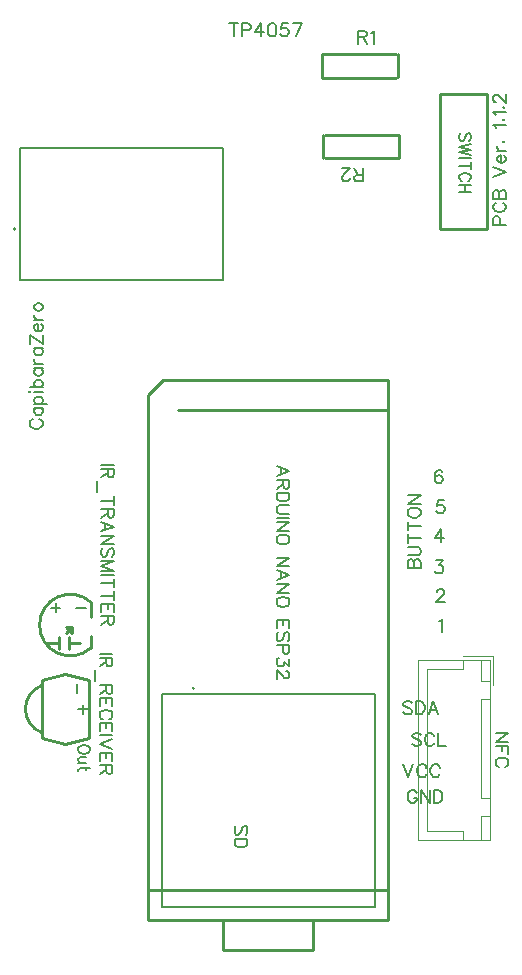
<source format=gto>
G04 Layer: TopSilkscreenLayer*
G04 EasyEDA v6.5.47, 2024-09-14 10:47:09*
G04 f333e6e274dc4bcb9767f93c96cd8ca8,df7e7e3c38a3447abd37b529b333d242,10*
G04 Gerber Generator version 0.2*
G04 Scale: 100 percent, Rotated: No, Reflected: No *
G04 Dimensions in millimeters *
G04 leading zeros omitted , absolute positions ,4 integer and 5 decimal *
%FSLAX45Y45*%
%MOMM*%

%ADD10C,0.1524*%
%ADD11C,0.2032*%
%ADD12C,0.2540*%
%ADD13C,0.1200*%
%ADD14C,0.1600*%
%ADD15C,0.0161*%

%LPD*%
D10*
X2820415Y3069844D02*
G01*
X2711450Y3111500D01*
X2820415Y3069844D02*
G01*
X2711450Y3028442D01*
X2747772Y3096005D02*
G01*
X2747772Y3043936D01*
X2820415Y2994152D02*
G01*
X2711450Y2994152D01*
X2820415Y2994152D02*
G01*
X2820415Y2947415D01*
X2815336Y2931668D01*
X2810002Y2926587D01*
X2799588Y2921254D01*
X2789174Y2921254D01*
X2778759Y2926587D01*
X2773679Y2931668D01*
X2768600Y2947415D01*
X2768600Y2994152D01*
X2768600Y2957829D02*
G01*
X2711450Y2921254D01*
X2820415Y2886963D02*
G01*
X2711450Y2886963D01*
X2820415Y2886963D02*
G01*
X2820415Y2850642D01*
X2815336Y2835147D01*
X2804922Y2824734D01*
X2794508Y2819400D01*
X2778759Y2814320D01*
X2752852Y2814320D01*
X2737358Y2819400D01*
X2726943Y2824734D01*
X2716529Y2835147D01*
X2711450Y2850642D01*
X2711450Y2886963D01*
X2820415Y2780029D02*
G01*
X2742438Y2780029D01*
X2726943Y2774950D01*
X2716529Y2764536D01*
X2711450Y2748787D01*
X2711450Y2738373D01*
X2716529Y2722879D01*
X2726943Y2712465D01*
X2742438Y2707386D01*
X2820415Y2707386D01*
X2820415Y2673095D02*
G01*
X2711450Y2673095D01*
X2820415Y2638805D02*
G01*
X2711450Y2638805D01*
X2820415Y2638805D02*
G01*
X2711450Y2565907D01*
X2820415Y2565907D02*
G01*
X2711450Y2565907D01*
X2820415Y2500629D02*
G01*
X2815336Y2510789D01*
X2804922Y2521204D01*
X2794508Y2526537D01*
X2778759Y2531618D01*
X2752852Y2531618D01*
X2737358Y2526537D01*
X2726943Y2521204D01*
X2716529Y2510789D01*
X2711450Y2500629D01*
X2711450Y2479802D01*
X2716529Y2469387D01*
X2726943Y2458973D01*
X2737358Y2453639D01*
X2752852Y2448560D01*
X2778759Y2448560D01*
X2794508Y2453639D01*
X2804922Y2458973D01*
X2815336Y2469387D01*
X2820415Y2479802D01*
X2820415Y2500629D01*
X2820415Y2334260D02*
G01*
X2711450Y2334260D01*
X2820415Y2334260D02*
G01*
X2711450Y2261615D01*
X2820415Y2261615D02*
G01*
X2711450Y2261615D01*
X2820415Y2185670D02*
G01*
X2711450Y2227326D01*
X2820415Y2185670D02*
G01*
X2711450Y2144013D01*
X2747772Y2211578D02*
G01*
X2747772Y2159762D01*
X2820415Y2109723D02*
G01*
X2711450Y2109723D01*
X2820415Y2109723D02*
G01*
X2711450Y2037079D01*
X2820415Y2037079D02*
G01*
X2711450Y2037079D01*
X2820415Y1971547D02*
G01*
X2815336Y1981962D01*
X2804922Y1992376D01*
X2794508Y1997710D01*
X2778759Y2002789D01*
X2752852Y2002789D01*
X2737358Y1997710D01*
X2726943Y1992376D01*
X2716529Y1981962D01*
X2711450Y1971547D01*
X2711450Y1950720D01*
X2716529Y1940560D01*
X2726943Y1930145D01*
X2737358Y1924812D01*
X2752852Y1919731D01*
X2778759Y1919731D01*
X2794508Y1924812D01*
X2804922Y1930145D01*
X2815336Y1940560D01*
X2820415Y1950720D01*
X2820415Y1971547D01*
X2820415Y1805431D02*
G01*
X2711450Y1805431D01*
X2820415Y1805431D02*
G01*
X2820415Y1737868D01*
X2768600Y1805431D02*
G01*
X2768600Y1763776D01*
X2711450Y1805431D02*
G01*
X2711450Y1737868D01*
X2804922Y1630679D02*
G01*
X2815336Y1641094D01*
X2820415Y1656842D01*
X2820415Y1677670D01*
X2815336Y1693163D01*
X2804922Y1703578D01*
X2794508Y1703578D01*
X2784093Y1698244D01*
X2778759Y1693163D01*
X2773679Y1682750D01*
X2763265Y1651507D01*
X2758186Y1641094D01*
X2752852Y1636013D01*
X2742438Y1630679D01*
X2726943Y1630679D01*
X2716529Y1641094D01*
X2711450Y1656842D01*
X2711450Y1677670D01*
X2716529Y1693163D01*
X2726943Y1703578D01*
X2820415Y1596389D02*
G01*
X2711450Y1596389D01*
X2820415Y1596389D02*
G01*
X2820415Y1549654D01*
X2815336Y1534160D01*
X2810002Y1529079D01*
X2799588Y1523745D01*
X2784093Y1523745D01*
X2773679Y1529079D01*
X2768600Y1534160D01*
X2763265Y1549654D01*
X2763265Y1596389D01*
X2820415Y1479042D02*
G01*
X2820415Y1421892D01*
X2778759Y1453134D01*
X2778759Y1437639D01*
X2773679Y1427226D01*
X2768600Y1421892D01*
X2752852Y1416812D01*
X2742438Y1416812D01*
X2726943Y1421892D01*
X2716529Y1432305D01*
X2711450Y1447800D01*
X2711450Y1463547D01*
X2716529Y1479042D01*
X2721609Y1484376D01*
X2732024Y1489455D01*
X2794508Y1377187D02*
G01*
X2799588Y1377187D01*
X2810002Y1372107D01*
X2815336Y1366773D01*
X2820415Y1356360D01*
X2820415Y1335786D01*
X2815336Y1325371D01*
X2810002Y1320037D01*
X2799588Y1314957D01*
X2789174Y1314957D01*
X2778759Y1320037D01*
X2763265Y1330452D01*
X2711450Y1382521D01*
X2711450Y1309623D01*
X647192Y3506978D02*
G01*
X636778Y3501644D01*
X626363Y3491229D01*
X621284Y3481070D01*
X621284Y3460242D01*
X626363Y3449828D01*
X636778Y3439413D01*
X647192Y3434079D01*
X662939Y3429000D01*
X688847Y3429000D01*
X704342Y3434079D01*
X714755Y3439413D01*
X725170Y3449828D01*
X730250Y3460242D01*
X730250Y3481070D01*
X725170Y3491229D01*
X714755Y3501644D01*
X704342Y3506978D01*
X657605Y3603497D02*
G01*
X730250Y3603497D01*
X673100Y3603497D02*
G01*
X662939Y3593084D01*
X657605Y3582670D01*
X657605Y3567176D01*
X662939Y3556762D01*
X673100Y3546347D01*
X688847Y3541268D01*
X699262Y3541268D01*
X714755Y3546347D01*
X725170Y3556762D01*
X730250Y3567176D01*
X730250Y3582670D01*
X725170Y3593084D01*
X714755Y3603497D01*
X657605Y3637787D02*
G01*
X766826Y3637787D01*
X673100Y3637787D02*
G01*
X662939Y3648202D01*
X657605Y3658615D01*
X657605Y3674110D01*
X662939Y3684523D01*
X673100Y3694937D01*
X688847Y3700271D01*
X699262Y3700271D01*
X714755Y3694937D01*
X725170Y3684523D01*
X730250Y3674110D01*
X730250Y3658615D01*
X725170Y3648202D01*
X714755Y3637787D01*
X621284Y3734562D02*
G01*
X626363Y3739642D01*
X621284Y3744976D01*
X615950Y3739642D01*
X621284Y3734562D01*
X657605Y3739642D02*
G01*
X730250Y3739642D01*
X621284Y3779265D02*
G01*
X730250Y3779265D01*
X673100Y3779265D02*
G01*
X662939Y3789679D01*
X657605Y3799839D01*
X657605Y3815587D01*
X662939Y3826002D01*
X673100Y3836415D01*
X688847Y3841495D01*
X699262Y3841495D01*
X714755Y3836415D01*
X725170Y3826002D01*
X730250Y3815587D01*
X730250Y3799839D01*
X725170Y3789679D01*
X714755Y3779265D01*
X657605Y3938270D02*
G01*
X730250Y3938270D01*
X673100Y3938270D02*
G01*
X662939Y3927855D01*
X657605Y3917442D01*
X657605Y3901694D01*
X662939Y3891279D01*
X673100Y3881120D01*
X688847Y3875786D01*
X699262Y3875786D01*
X714755Y3881120D01*
X725170Y3891279D01*
X730250Y3901694D01*
X730250Y3917442D01*
X725170Y3927855D01*
X714755Y3938270D01*
X657605Y3972560D02*
G01*
X730250Y3972560D01*
X688847Y3972560D02*
G01*
X673100Y3977639D01*
X662939Y3988054D01*
X657605Y3998468D01*
X657605Y4013962D01*
X657605Y4110736D02*
G01*
X730250Y4110736D01*
X673100Y4110736D02*
G01*
X662939Y4100321D01*
X657605Y4089907D01*
X657605Y4074160D01*
X662939Y4064000D01*
X673100Y4053586D01*
X688847Y4048252D01*
X699262Y4048252D01*
X714755Y4053586D01*
X725170Y4064000D01*
X730250Y4074160D01*
X730250Y4089907D01*
X725170Y4100321D01*
X714755Y4110736D01*
X621284Y4217670D02*
G01*
X730250Y4145026D01*
X621284Y4145026D02*
G01*
X621284Y4217670D01*
X730250Y4145026D02*
G01*
X730250Y4217670D01*
X688847Y4251960D02*
G01*
X688847Y4314189D01*
X678434Y4314189D01*
X668020Y4309110D01*
X662939Y4304029D01*
X657605Y4293615D01*
X657605Y4277868D01*
X662939Y4267454D01*
X673100Y4257039D01*
X688847Y4251960D01*
X699262Y4251960D01*
X714755Y4257039D01*
X725170Y4267454D01*
X730250Y4277868D01*
X730250Y4293615D01*
X725170Y4304029D01*
X714755Y4314189D01*
X657605Y4348479D02*
G01*
X730250Y4348479D01*
X688847Y4348479D02*
G01*
X673100Y4353813D01*
X662939Y4364228D01*
X657605Y4374642D01*
X657605Y4390136D01*
X657605Y4450334D02*
G01*
X662939Y4439920D01*
X673100Y4429760D01*
X688847Y4424426D01*
X699262Y4424426D01*
X714755Y4429760D01*
X725170Y4439920D01*
X730250Y4450334D01*
X730250Y4466081D01*
X725170Y4476495D01*
X714755Y4486910D01*
X699262Y4491989D01*
X688847Y4491989D01*
X673100Y4486910D01*
X662939Y4476495D01*
X657605Y4466081D01*
X657605Y4450334D01*
X4113529Y3058921D02*
G01*
X4108450Y3069336D01*
X4092956Y3074415D01*
X4082541Y3074415D01*
X4066793Y3069336D01*
X4056379Y3053587D01*
X4051300Y3027679D01*
X4051300Y3001771D01*
X4056379Y2980944D01*
X4066793Y2970529D01*
X4082541Y2965450D01*
X4087622Y2965450D01*
X4103370Y2970529D01*
X4113529Y2980944D01*
X4118863Y2996437D01*
X4118863Y3001771D01*
X4113529Y3017265D01*
X4103370Y3027679D01*
X4087622Y3032760D01*
X4082541Y3032760D01*
X4066793Y3027679D01*
X4056379Y3017265D01*
X4051300Y3001771D01*
X4061713Y2312415D02*
G01*
X4118863Y2312415D01*
X4087622Y2270760D01*
X4103370Y2270760D01*
X4113529Y2265679D01*
X4118863Y2260600D01*
X4123943Y2244852D01*
X4123943Y2234437D01*
X4118863Y2218944D01*
X4108450Y2208529D01*
X4092956Y2203450D01*
X4077208Y2203450D01*
X4061713Y2208529D01*
X4056379Y2213610D01*
X4051300Y2224023D01*
X4089400Y1796287D02*
G01*
X4099813Y1801621D01*
X4115308Y1817115D01*
X4115308Y1708150D01*
X4069079Y2045207D02*
G01*
X4069079Y2050287D01*
X4074413Y2060702D01*
X4079493Y2066036D01*
X4089908Y2071115D01*
X4110736Y2071115D01*
X4121150Y2066036D01*
X4126229Y2060702D01*
X4131563Y2050287D01*
X4131563Y2039873D01*
X4126229Y2029460D01*
X4116070Y2013965D01*
X4064000Y1962150D01*
X4136643Y1962150D01*
X4103370Y2579115D02*
G01*
X4051300Y2506471D01*
X4129277Y2506471D01*
X4103370Y2579115D02*
G01*
X4103370Y2470150D01*
X4126229Y2820415D02*
G01*
X4074413Y2820415D01*
X4069079Y2773679D01*
X4074413Y2778760D01*
X4089908Y2784094D01*
X4105656Y2784094D01*
X4121150Y2778760D01*
X4131563Y2768600D01*
X4136643Y2752852D01*
X4136643Y2742437D01*
X4131563Y2726944D01*
X4121150Y2716529D01*
X4105656Y2711450D01*
X4089908Y2711450D01*
X4074413Y2716529D01*
X4069079Y2721610D01*
X4064000Y2732023D01*
X3900677Y343407D02*
G01*
X3895343Y353821D01*
X3884929Y364236D01*
X3874770Y369315D01*
X3853941Y369315D01*
X3843527Y364236D01*
X3833113Y353821D01*
X3827779Y343407D01*
X3822700Y327660D01*
X3822700Y301752D01*
X3827779Y286257D01*
X3833113Y275844D01*
X3843527Y265429D01*
X3853941Y260350D01*
X3874770Y260350D01*
X3884929Y265429D01*
X3895343Y275844D01*
X3900677Y286257D01*
X3900677Y301752D01*
X3874770Y301752D02*
G01*
X3900677Y301752D01*
X3934968Y369315D02*
G01*
X3934968Y260350D01*
X3934968Y369315D02*
G01*
X4007611Y260350D01*
X4007611Y369315D02*
G01*
X4007611Y260350D01*
X4041902Y369315D02*
G01*
X4041902Y260350D01*
X4041902Y369315D02*
G01*
X4078224Y369315D01*
X4093972Y364236D01*
X4104386Y353821D01*
X4109465Y343407D01*
X4114800Y327660D01*
X4114800Y301752D01*
X4109465Y286257D01*
X4104386Y275844D01*
X4093972Y265429D01*
X4078224Y260350D01*
X4041902Y260350D01*
X3784600Y585215D02*
G01*
X3826256Y476250D01*
X3867658Y585215D02*
G01*
X3826256Y476250D01*
X3979925Y559307D02*
G01*
X3974845Y569721D01*
X3964431Y580136D01*
X3954018Y585215D01*
X3933190Y585215D01*
X3922775Y580136D01*
X3912361Y569721D01*
X3907281Y559307D01*
X3901947Y543560D01*
X3901947Y517652D01*
X3907281Y502157D01*
X3912361Y491744D01*
X3922775Y481329D01*
X3933190Y476250D01*
X3954018Y476250D01*
X3964431Y481329D01*
X3974845Y491744D01*
X3979925Y502157D01*
X4092193Y559307D02*
G01*
X4086859Y569721D01*
X4076700Y580136D01*
X4066286Y585215D01*
X4045458Y585215D01*
X4035043Y580136D01*
X4024629Y569721D01*
X4019550Y559307D01*
X4014215Y543560D01*
X4014215Y517652D01*
X4019550Y502157D01*
X4024629Y491744D01*
X4035043Y481329D01*
X4045458Y476250D01*
X4066286Y476250D01*
X4076700Y481329D01*
X4086859Y491744D01*
X4092193Y502157D01*
X3857243Y1103121D02*
G01*
X3846829Y1113536D01*
X3831336Y1118615D01*
X3810508Y1118615D01*
X3795013Y1113536D01*
X3784600Y1103121D01*
X3784600Y1092707D01*
X3789679Y1082294D01*
X3795013Y1076960D01*
X3805427Y1071879D01*
X3836670Y1061465D01*
X3846829Y1056386D01*
X3852163Y1051052D01*
X3857243Y1040637D01*
X3857243Y1025144D01*
X3846829Y1014729D01*
X3831336Y1009650D01*
X3810508Y1009650D01*
X3795013Y1014729D01*
X3784600Y1025144D01*
X3891534Y1118615D02*
G01*
X3891534Y1009650D01*
X3891534Y1118615D02*
G01*
X3928109Y1118615D01*
X3943604Y1113536D01*
X3954018Y1103121D01*
X3959097Y1092707D01*
X3964431Y1076960D01*
X3964431Y1051052D01*
X3959097Y1035557D01*
X3954018Y1025144D01*
X3943604Y1014729D01*
X3928109Y1009650D01*
X3891534Y1009650D01*
X4040124Y1118615D02*
G01*
X3998722Y1009650D01*
X4040124Y1118615D02*
G01*
X4081779Y1009650D01*
X4014215Y1045971D02*
G01*
X4066286Y1045971D01*
X3933443Y836421D02*
G01*
X3923029Y846836D01*
X3907536Y851915D01*
X3886708Y851915D01*
X3871213Y846836D01*
X3860800Y836421D01*
X3860800Y826007D01*
X3865879Y815594D01*
X3871213Y810260D01*
X3881627Y805179D01*
X3912870Y794765D01*
X3923029Y789686D01*
X3928363Y784352D01*
X3933443Y773937D01*
X3933443Y758444D01*
X3923029Y748029D01*
X3907536Y742950D01*
X3886708Y742950D01*
X3871213Y748029D01*
X3860800Y758444D01*
X4045711Y826007D02*
G01*
X4040631Y836421D01*
X4030218Y846836D01*
X4019804Y851915D01*
X3998975Y851915D01*
X3988561Y846836D01*
X3978147Y836421D01*
X3973068Y826007D01*
X3967734Y810260D01*
X3967734Y784352D01*
X3973068Y768857D01*
X3978147Y758444D01*
X3988561Y748029D01*
X3998975Y742950D01*
X4019804Y742950D01*
X4030218Y748029D01*
X4040631Y758444D01*
X4045711Y768857D01*
X4080002Y851915D02*
G01*
X4080002Y742950D01*
X4080002Y742950D02*
G01*
X4142486Y742950D01*
X4545584Y5156200D02*
G01*
X4654550Y5156200D01*
X4545584Y5156200D02*
G01*
X4545584Y5202936D01*
X4550663Y5218429D01*
X4555997Y5223763D01*
X4566411Y5228844D01*
X4581906Y5228844D01*
X4592320Y5223763D01*
X4597400Y5218429D01*
X4602734Y5202936D01*
X4602734Y5156200D01*
X4571491Y5341112D02*
G01*
X4561077Y5336031D01*
X4550663Y5325618D01*
X4545584Y5315204D01*
X4545584Y5294376D01*
X4550663Y5283962D01*
X4561077Y5273547D01*
X4571491Y5268468D01*
X4587240Y5263134D01*
X4613147Y5263134D01*
X4628641Y5268468D01*
X4639056Y5273547D01*
X4649470Y5283962D01*
X4654550Y5294376D01*
X4654550Y5315204D01*
X4649470Y5325618D01*
X4639056Y5336031D01*
X4628641Y5341112D01*
X4545584Y5375402D02*
G01*
X4654550Y5375402D01*
X4545584Y5375402D02*
G01*
X4545584Y5422137D01*
X4550663Y5437886D01*
X4555997Y5442965D01*
X4566411Y5448300D01*
X4576825Y5448300D01*
X4587240Y5442965D01*
X4592320Y5437886D01*
X4597400Y5422137D01*
X4597400Y5375402D02*
G01*
X4597400Y5422137D01*
X4602734Y5437886D01*
X4607813Y5442965D01*
X4618227Y5448300D01*
X4633975Y5448300D01*
X4644390Y5442965D01*
X4649470Y5437886D01*
X4654550Y5422137D01*
X4654550Y5375402D01*
X4545584Y5562600D02*
G01*
X4654550Y5604002D01*
X4545584Y5645657D02*
G01*
X4654550Y5604002D01*
X4613147Y5679947D02*
G01*
X4613147Y5742178D01*
X4602734Y5742178D01*
X4592320Y5737097D01*
X4587240Y5731763D01*
X4581906Y5721350D01*
X4581906Y5705855D01*
X4587240Y5695442D01*
X4597400Y5685028D01*
X4613147Y5679947D01*
X4623561Y5679947D01*
X4639056Y5685028D01*
X4649470Y5695442D01*
X4654550Y5705855D01*
X4654550Y5721350D01*
X4649470Y5731763D01*
X4639056Y5742178D01*
X4581906Y5776468D02*
G01*
X4654550Y5776468D01*
X4613147Y5776468D02*
G01*
X4597400Y5781802D01*
X4587240Y5792215D01*
X4581906Y5802629D01*
X4581906Y5818123D01*
X4628641Y5857494D02*
G01*
X4633975Y5852413D01*
X4639056Y5857494D01*
X4633975Y5862828D01*
X4628641Y5857494D01*
X4566411Y5977128D02*
G01*
X4561077Y5987542D01*
X4545584Y6003036D01*
X4654550Y6003036D01*
X4628641Y6042660D02*
G01*
X4633975Y6037326D01*
X4639056Y6042660D01*
X4633975Y6047739D01*
X4628641Y6042660D01*
X4566411Y6082029D02*
G01*
X4561077Y6092444D01*
X4545584Y6107937D01*
X4654550Y6107937D01*
X4628641Y6147562D02*
G01*
X4633975Y6142228D01*
X4639056Y6147562D01*
X4633975Y6152642D01*
X4628641Y6147562D01*
X4571491Y6192265D02*
G01*
X4566411Y6192265D01*
X4555997Y6197345D01*
X4550663Y6202679D01*
X4545584Y6212839D01*
X4545584Y6233668D01*
X4550663Y6244081D01*
X4555997Y6249415D01*
X4566411Y6254495D01*
X4576825Y6254495D01*
X4587240Y6249415D01*
X4602734Y6239002D01*
X4654550Y6186931D01*
X4654550Y6259829D01*
D11*
X1116076Y1051305D02*
G01*
X1034034Y1051305D01*
X1075181Y1092200D02*
G01*
X1075181Y1010412D01*
X1024381Y1270000D02*
G01*
X1024381Y1188212D01*
X1129537Y722121D02*
G01*
X1124965Y731012D01*
X1116076Y740155D01*
X1106931Y744728D01*
X1093215Y749300D01*
X1070610Y749300D01*
X1056894Y744728D01*
X1047750Y740155D01*
X1038605Y731012D01*
X1034034Y722121D01*
X1034034Y703834D01*
X1038605Y694689D01*
X1047750Y685545D01*
X1056894Y681228D01*
X1070610Y676655D01*
X1093215Y676655D01*
X1106931Y681228D01*
X1116076Y685545D01*
X1124965Y694689D01*
X1129537Y703834D01*
X1129537Y722121D01*
X1097787Y646684D02*
G01*
X1052321Y646684D01*
X1038605Y642112D01*
X1034034Y632968D01*
X1034034Y619252D01*
X1038605Y610107D01*
X1052321Y596645D01*
X1097787Y596645D02*
G01*
X1034034Y596645D01*
X1129537Y552957D02*
G01*
X1052321Y552957D01*
X1038605Y548386D01*
X1034034Y539242D01*
X1034034Y530097D01*
X1097787Y566673D02*
G01*
X1097787Y534670D01*
X1016000Y1913381D02*
G01*
X1097787Y1913381D01*
X840994Y1954276D02*
G01*
X840994Y1872234D01*
X800100Y1913381D02*
G01*
X881887Y1913381D01*
D10*
X3821684Y2247900D02*
G01*
X3930650Y2247900D01*
X3821684Y2247900D02*
G01*
X3821684Y2294636D01*
X3826763Y2310129D01*
X3832097Y2315463D01*
X3842511Y2320544D01*
X3852925Y2320544D01*
X3863340Y2315463D01*
X3868420Y2310129D01*
X3873500Y2294636D01*
X3873500Y2247900D02*
G01*
X3873500Y2294636D01*
X3878834Y2310129D01*
X3883913Y2315463D01*
X3894327Y2320544D01*
X3910075Y2320544D01*
X3920490Y2315463D01*
X3925570Y2310129D01*
X3930650Y2294636D01*
X3930650Y2247900D01*
X3821684Y2354834D02*
G01*
X3899661Y2354834D01*
X3915156Y2360168D01*
X3925570Y2370581D01*
X3930650Y2386076D01*
X3930650Y2396489D01*
X3925570Y2411984D01*
X3915156Y2422397D01*
X3899661Y2427731D01*
X3821684Y2427731D01*
X3821684Y2498344D02*
G01*
X3930650Y2498344D01*
X3821684Y2462021D02*
G01*
X3821684Y2534665D01*
X3821684Y2605278D02*
G01*
X3930650Y2605278D01*
X3821684Y2568955D02*
G01*
X3821684Y2641600D01*
X3821684Y2707131D02*
G01*
X3826763Y2696718D01*
X3837177Y2686304D01*
X3847591Y2681223D01*
X3863340Y2675889D01*
X3889247Y2675889D01*
X3904741Y2681223D01*
X3915156Y2686304D01*
X3925570Y2696718D01*
X3930650Y2707131D01*
X3930650Y2727960D01*
X3925570Y2738373D01*
X3915156Y2748787D01*
X3904741Y2753868D01*
X3889247Y2759202D01*
X3863340Y2759202D01*
X3847591Y2753868D01*
X3837177Y2748787D01*
X3826763Y2738373D01*
X3821684Y2727960D01*
X3821684Y2707131D01*
X3821684Y2793492D02*
G01*
X3930650Y2793492D01*
X3821684Y2793492D02*
G01*
X3930650Y2866136D01*
X3821684Y2866136D02*
G01*
X3930650Y2866136D01*
X2347722Y6859015D02*
G01*
X2347722Y6750050D01*
X2311400Y6859015D02*
G01*
X2384043Y6859015D01*
X2418334Y6859015D02*
G01*
X2418334Y6750050D01*
X2418334Y6859015D02*
G01*
X2465070Y6859015D01*
X2480818Y6853936D01*
X2485897Y6848602D01*
X2491231Y6838187D01*
X2491231Y6822694D01*
X2485897Y6812279D01*
X2480818Y6807200D01*
X2465070Y6801865D01*
X2418334Y6801865D01*
X2577338Y6859015D02*
G01*
X2525522Y6786371D01*
X2603500Y6786371D01*
X2577338Y6859015D02*
G01*
X2577338Y6750050D01*
X2668777Y6859015D02*
G01*
X2653284Y6853936D01*
X2642870Y6838187D01*
X2637790Y6812279D01*
X2637790Y6796786D01*
X2642870Y6770623D01*
X2653284Y6755129D01*
X2668777Y6750050D01*
X2679191Y6750050D01*
X2694940Y6755129D01*
X2705100Y6770623D01*
X2710434Y6796786D01*
X2710434Y6812279D01*
X2705100Y6838187D01*
X2694940Y6853936D01*
X2679191Y6859015D01*
X2668777Y6859015D01*
X2806954Y6859015D02*
G01*
X2755138Y6859015D01*
X2749804Y6812279D01*
X2755138Y6817360D01*
X2770631Y6822694D01*
X2786379Y6822694D01*
X2801874Y6817360D01*
X2812288Y6807200D01*
X2817368Y6791452D01*
X2817368Y6781037D01*
X2812288Y6765544D01*
X2801874Y6755129D01*
X2786379Y6750050D01*
X2770631Y6750050D01*
X2755138Y6755129D01*
X2749804Y6760210D01*
X2744724Y6770623D01*
X2924556Y6859015D02*
G01*
X2872486Y6750050D01*
X2851658Y6859015D02*
G01*
X2924556Y6859015D01*
X4341875Y5867145D02*
G01*
X4350765Y5876289D01*
X4355338Y5890005D01*
X4355338Y5908294D01*
X4350765Y5921755D01*
X4341875Y5930900D01*
X4332731Y5930900D01*
X4323588Y5926328D01*
X4319015Y5921755D01*
X4314443Y5912612D01*
X4305300Y5885434D01*
X4300981Y5876289D01*
X4296409Y5871718D01*
X4287265Y5867145D01*
X4273550Y5867145D01*
X4264406Y5876289D01*
X4259834Y5890005D01*
X4259834Y5908294D01*
X4264406Y5921755D01*
X4273550Y5930900D01*
X4355338Y5837173D02*
G01*
X4259834Y5814568D01*
X4355338Y5791707D02*
G01*
X4259834Y5814568D01*
X4355338Y5791707D02*
G01*
X4259834Y5769102D01*
X4355338Y5746242D02*
G01*
X4259834Y5769102D01*
X4355338Y5716270D02*
G01*
X4259834Y5716270D01*
X4355338Y5654547D02*
G01*
X4259834Y5654547D01*
X4355338Y5686297D02*
G01*
X4355338Y5622797D01*
X4332731Y5524500D02*
G01*
X4341875Y5529071D01*
X4350765Y5538215D01*
X4355338Y5547360D01*
X4355338Y5565394D01*
X4350765Y5574537D01*
X4341875Y5583681D01*
X4332731Y5588254D01*
X4319015Y5592826D01*
X4296409Y5592826D01*
X4282693Y5588254D01*
X4273550Y5583681D01*
X4264406Y5574537D01*
X4259834Y5565394D01*
X4259834Y5547360D01*
X4264406Y5538215D01*
X4273550Y5529071D01*
X4282693Y5524500D01*
X4355338Y5494528D02*
G01*
X4259834Y5494528D01*
X4355338Y5430773D02*
G01*
X4259834Y5430773D01*
X4309872Y5494528D02*
G01*
X4309872Y5430773D01*
X1321815Y1524000D02*
G01*
X1212850Y1524000D01*
X1321815Y1489710D02*
G01*
X1212850Y1489710D01*
X1321815Y1489710D02*
G01*
X1321815Y1442973D01*
X1316736Y1427479D01*
X1311402Y1422145D01*
X1300987Y1417065D01*
X1290573Y1417065D01*
X1280160Y1422145D01*
X1275079Y1427479D01*
X1270000Y1442973D01*
X1270000Y1489710D01*
X1270000Y1453387D02*
G01*
X1212850Y1417065D01*
X1176273Y1382776D02*
G01*
X1176273Y1289050D01*
X1321815Y1254760D02*
G01*
X1212850Y1254760D01*
X1321815Y1254760D02*
G01*
X1321815Y1208023D01*
X1316736Y1192529D01*
X1311402Y1187450D01*
X1300987Y1182115D01*
X1290573Y1182115D01*
X1280160Y1187450D01*
X1275079Y1192529D01*
X1270000Y1208023D01*
X1270000Y1254760D01*
X1270000Y1218437D02*
G01*
X1212850Y1182115D01*
X1321815Y1147826D02*
G01*
X1212850Y1147826D01*
X1321815Y1147826D02*
G01*
X1321815Y1080262D01*
X1270000Y1147826D02*
G01*
X1270000Y1106170D01*
X1212850Y1147826D02*
G01*
X1212850Y1080262D01*
X1295907Y967994D02*
G01*
X1306321Y973328D01*
X1316736Y983742D01*
X1321815Y994155D01*
X1321815Y1014729D01*
X1316736Y1025144D01*
X1306321Y1035557D01*
X1295907Y1040892D01*
X1280160Y1045971D01*
X1254252Y1045971D01*
X1238757Y1040892D01*
X1228344Y1035557D01*
X1217929Y1025144D01*
X1212850Y1014729D01*
X1212850Y994155D01*
X1217929Y983742D01*
X1228344Y973328D01*
X1238757Y967994D01*
X1321815Y933704D02*
G01*
X1212850Y933704D01*
X1321815Y933704D02*
G01*
X1321815Y866139D01*
X1270000Y933704D02*
G01*
X1270000Y892302D01*
X1212850Y933704D02*
G01*
X1212850Y866139D01*
X1321815Y831850D02*
G01*
X1212850Y831850D01*
X1321815Y797560D02*
G01*
X1212850Y756157D01*
X1321815Y714502D02*
G01*
X1212850Y756157D01*
X1321815Y680212D02*
G01*
X1212850Y680212D01*
X1321815Y680212D02*
G01*
X1321815Y612647D01*
X1270000Y680212D02*
G01*
X1270000Y638810D01*
X1212850Y680212D02*
G01*
X1212850Y612647D01*
X1321815Y578357D02*
G01*
X1212850Y578357D01*
X1321815Y578357D02*
G01*
X1321815Y531621D01*
X1316736Y516128D01*
X1311402Y510794D01*
X1300987Y505713D01*
X1290573Y505713D01*
X1280160Y510794D01*
X1275079Y516128D01*
X1270000Y531621D01*
X1270000Y578357D01*
X1270000Y542036D02*
G01*
X1212850Y505713D01*
X1334515Y3124200D02*
G01*
X1225550Y3124200D01*
X1334515Y3089910D02*
G01*
X1225550Y3089910D01*
X1334515Y3089910D02*
G01*
X1334515Y3043173D01*
X1329436Y3027679D01*
X1324102Y3022345D01*
X1313687Y3017265D01*
X1303273Y3017265D01*
X1292860Y3022345D01*
X1287779Y3027679D01*
X1282700Y3043173D01*
X1282700Y3089910D01*
X1282700Y3053587D02*
G01*
X1225550Y3017265D01*
X1188973Y2982976D02*
G01*
X1188973Y2889250D01*
X1334515Y2818637D02*
G01*
X1225550Y2818637D01*
X1334515Y2854960D02*
G01*
X1334515Y2782315D01*
X1334515Y2748026D02*
G01*
X1225550Y2748026D01*
X1334515Y2748026D02*
G01*
X1334515Y2701289D01*
X1329436Y2685795D01*
X1324102Y2680462D01*
X1313687Y2675381D01*
X1303273Y2675381D01*
X1292860Y2680462D01*
X1287779Y2685795D01*
X1282700Y2701289D01*
X1282700Y2748026D01*
X1282700Y2711704D02*
G01*
X1225550Y2675381D01*
X1334515Y2599436D02*
G01*
X1225550Y2641092D01*
X1334515Y2599436D02*
G01*
X1225550Y2557779D01*
X1261871Y2625344D02*
G01*
X1261871Y2573528D01*
X1334515Y2523489D02*
G01*
X1225550Y2523489D01*
X1334515Y2523489D02*
G01*
X1225550Y2450845D01*
X1334515Y2450845D02*
G01*
X1225550Y2450845D01*
X1319021Y2343912D02*
G01*
X1329436Y2354326D01*
X1334515Y2369820D01*
X1334515Y2390647D01*
X1329436Y2406142D01*
X1319021Y2416555D01*
X1308607Y2416555D01*
X1298194Y2411476D01*
X1292860Y2406142D01*
X1287779Y2395728D01*
X1277365Y2364739D01*
X1272286Y2354326D01*
X1266952Y2348992D01*
X1256537Y2343912D01*
X1241044Y2343912D01*
X1230629Y2354326D01*
X1225550Y2369820D01*
X1225550Y2390647D01*
X1230629Y2406142D01*
X1241044Y2416555D01*
X1334515Y2309621D02*
G01*
X1225550Y2309621D01*
X1334515Y2309621D02*
G01*
X1225550Y2267965D01*
X1334515Y2226310D02*
G01*
X1225550Y2267965D01*
X1334515Y2226310D02*
G01*
X1225550Y2226310D01*
X1334515Y2192020D02*
G01*
X1225550Y2192020D01*
X1334515Y2121407D02*
G01*
X1225550Y2121407D01*
X1334515Y2157729D02*
G01*
X1334515Y2085086D01*
X1334515Y2014473D02*
G01*
X1225550Y2014473D01*
X1334515Y2050795D02*
G01*
X1334515Y1978152D01*
X1334515Y1943862D02*
G01*
X1225550Y1943862D01*
X1334515Y1943862D02*
G01*
X1334515Y1876297D01*
X1282700Y1943862D02*
G01*
X1282700Y1902205D01*
X1225550Y1943862D02*
G01*
X1225550Y1876297D01*
X1334515Y1842007D02*
G01*
X1225550Y1842007D01*
X1334515Y1842007D02*
G01*
X1334515Y1795271D01*
X1329436Y1779523D01*
X1324102Y1774444D01*
X1313687Y1769110D01*
X1303273Y1769110D01*
X1292860Y1774444D01*
X1287779Y1779523D01*
X1282700Y1795271D01*
X1282700Y1842007D01*
X1282700Y1805686D02*
G01*
X1225550Y1769110D01*
X4674615Y850900D02*
G01*
X4565650Y850900D01*
X4674615Y850900D02*
G01*
X4565650Y778255D01*
X4674615Y778255D02*
G01*
X4565650Y778255D01*
X4674615Y743965D02*
G01*
X4565650Y743965D01*
X4674615Y743965D02*
G01*
X4674615Y676402D01*
X4622800Y743965D02*
G01*
X4622800Y702310D01*
X4648708Y564134D02*
G01*
X4659122Y569213D01*
X4669536Y579628D01*
X4674615Y590042D01*
X4674615Y610870D01*
X4669536Y621284D01*
X4659122Y631697D01*
X4648708Y636778D01*
X4632959Y642112D01*
X4607052Y642112D01*
X4591558Y636778D01*
X4581143Y631697D01*
X4570729Y621284D01*
X4565650Y610870D01*
X4565650Y590042D01*
X4570729Y579628D01*
X4581143Y569213D01*
X4591558Y564134D01*
X2449144Y-9321D02*
G01*
X2459558Y1092D01*
X2464892Y16840D01*
X2464892Y37414D01*
X2459558Y53162D01*
X2449144Y63576D01*
X2438984Y63576D01*
X2428570Y58242D01*
X2423236Y53162D01*
X2418156Y42748D01*
X2407742Y11506D01*
X2402408Y1092D01*
X2397328Y-3987D01*
X2386914Y-9321D01*
X2371420Y-9321D01*
X2361006Y1092D01*
X2355672Y16840D01*
X2355672Y37414D01*
X2361006Y53162D01*
X2371420Y63576D01*
X2464892Y-43611D02*
G01*
X2355672Y-43611D01*
X2464892Y-43611D02*
G01*
X2464892Y-79933D01*
X2459558Y-95427D01*
X2449144Y-105841D01*
X2438984Y-111175D01*
X2423236Y-116255D01*
X2397328Y-116255D01*
X2381834Y-111175D01*
X2371420Y-105841D01*
X2361006Y-95427D01*
X2355672Y-79933D01*
X2355672Y-43611D01*
X3403600Y6795515D02*
G01*
X3403600Y6686550D01*
X3403600Y6795515D02*
G01*
X3450336Y6795515D01*
X3465829Y6790436D01*
X3471163Y6785102D01*
X3476243Y6774687D01*
X3476243Y6764273D01*
X3471163Y6753860D01*
X3465829Y6748779D01*
X3450336Y6743700D01*
X3403600Y6743700D01*
X3439922Y6743700D02*
G01*
X3476243Y6686550D01*
X3510534Y6774687D02*
G01*
X3520947Y6780021D01*
X3536695Y6795515D01*
X3536695Y6686550D01*
X3441700Y5523484D02*
G01*
X3441700Y5632450D01*
X3441700Y5523484D02*
G01*
X3394963Y5523484D01*
X3379470Y5528563D01*
X3374136Y5533897D01*
X3369056Y5544312D01*
X3369056Y5554726D01*
X3374136Y5565139D01*
X3379470Y5570220D01*
X3394963Y5575300D01*
X3441700Y5575300D01*
X3405377Y5575300D02*
G01*
X3369056Y5632450D01*
X3329431Y5549392D02*
G01*
X3329431Y5544312D01*
X3324352Y5533897D01*
X3319018Y5528563D01*
X3308604Y5523484D01*
X3288029Y5523484D01*
X3277615Y5528563D01*
X3272281Y5533897D01*
X3267202Y5544312D01*
X3267202Y5554726D01*
X3272281Y5565139D01*
X3282695Y5580634D01*
X3334765Y5632450D01*
X3261868Y5632450D01*
X539394Y5802706D02*
G01*
X2254605Y5802706D01*
X2254605Y4844719D01*
X2254605Y4687493D01*
X539394Y4687493D01*
X539394Y5802706D01*
D12*
X4492599Y6260592D02*
G01*
X4492599Y5118607D01*
X4092600Y6260592D02*
G01*
X4092600Y5118607D01*
X4492599Y6261100D02*
G01*
X4092600Y6261100D01*
X4492599Y5118607D02*
G01*
X4092600Y5118607D01*
X723900Y1303020D02*
G01*
X924560Y1353820D01*
X924560Y1353820D02*
G01*
X1125220Y1303020D01*
X1125220Y1303020D02*
G01*
X1125220Y805179D01*
X1125220Y805179D02*
G01*
X924560Y754379D01*
X924560Y754379D02*
G01*
X723900Y805179D01*
X723900Y805179D02*
G01*
X723900Y853439D01*
X723900Y853439D02*
G01*
X723900Y1254760D01*
X723900Y1254760D02*
G01*
X723900Y1303020D01*
X873760Y1666239D02*
G01*
X873760Y1615439D01*
X873760Y1564639D01*
X952500Y1666239D02*
G01*
X952500Y1615439D01*
X952500Y1564639D01*
X952500Y1615439D02*
G01*
X1051560Y1615439D01*
X772160Y1615439D02*
G01*
X873760Y1615439D01*
X932179Y1694179D02*
G01*
X982979Y1744979D01*
X932179Y1744979D01*
X982979Y1694179D01*
X982979Y1744979D01*
X1143000Y1955800D02*
G01*
X1143000Y1836420D01*
X1143000Y1574800D02*
G01*
X1143000Y1676400D01*
D13*
X4521200Y152400D02*
G01*
X4445000Y152400D01*
X4445000Y-50800D01*
X4521200Y-50800D01*
X4521200Y152400D01*
X4445000Y1473200D02*
G01*
X4521200Y1473200D01*
X4521200Y1295400D01*
X4445000Y1295400D01*
X4445000Y1473200D01*
X3911600Y1473200D01*
X3911600Y-50800D01*
X4521200Y-50800D01*
X4521200Y1473200D01*
X4521200Y1143000D02*
G01*
X4445000Y1143000D01*
X4445000Y304800D01*
X4521200Y304800D01*
X4521200Y1143000D01*
X4292600Y1473200D02*
G01*
X4292600Y1397000D01*
X3987800Y1397000D01*
X3987800Y25400D01*
X4292600Y25400D01*
X4292600Y-50800D01*
X4542281Y1254252D02*
G01*
X4542281Y1504187D01*
X4292091Y1504187D01*
D10*
X3544216Y1182016D02*
G01*
X3544216Y-623219D01*
X1738980Y-623219D01*
X1738980Y1182016D01*
X3544216Y1182016D01*
D12*
X3725499Y6400797D02*
G01*
X3095497Y6400797D01*
X3736340Y6601457D02*
G01*
X3736340Y6401462D01*
X3096259Y6601460D02*
G01*
X3726261Y6601460D01*
X3096259Y6403337D02*
G01*
X3096259Y6603339D01*
X3119800Y5918202D02*
G01*
X3749802Y5918202D01*
X3108959Y5717542D02*
G01*
X3108959Y5917537D01*
X3749040Y5717539D02*
G01*
X3119038Y5717539D01*
X3749040Y5915662D02*
G01*
X3749040Y5715660D01*
X1625600Y3330000D02*
G01*
X1625600Y3711000D01*
X1752600Y3838000D01*
X3657600Y3838000D01*
X3657600Y-733999D01*
X1625600Y-733999D01*
X1625600Y3330000D01*
X1879600Y3584000D02*
G01*
X3657600Y3584000D01*
X3657600Y-479999D01*
X1625600Y-479999D01*
X1625600Y3330000D01*
X2260600Y-733999D02*
G01*
X2260600Y-987999D01*
X3022600Y-987999D01*
X3022600Y-733999D01*
G75*
G01*
X724441Y1254219D02*
G03*
X724441Y854220I75041J-200000D01*
G75*
G01*
X1143000Y1574800D02*
G02*
X1143000Y1955800I-177798J190500D01*
D14*
G75*
G01
X499389Y5118100D02*
G03X499389Y5118100I-8001J0D01*
G75*
G01
X2014601Y1230020D02*
G03X2014601Y1230020I-8001J0D01*
M02*

</source>
